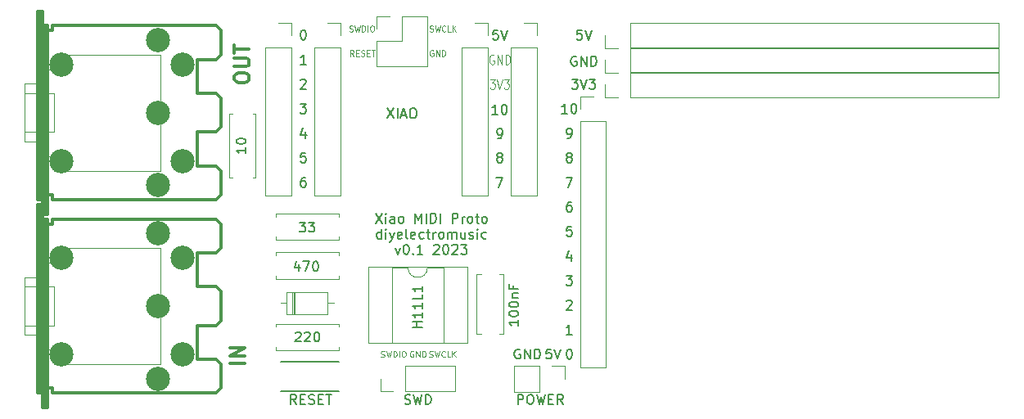
<source format=gbr>
%TF.GenerationSoftware,KiCad,Pcbnew,(6.0.5)*%
%TF.CreationDate,2023-03-15T21:31:39+00:00*%
%TF.ProjectId,XiaoMIDIInterface,5869616f-4d49-4444-9949-6e7465726661,rev?*%
%TF.SameCoordinates,Original*%
%TF.FileFunction,Legend,Top*%
%TF.FilePolarity,Positive*%
%FSLAX46Y46*%
G04 Gerber Fmt 4.6, Leading zero omitted, Abs format (unit mm)*
G04 Created by KiCad (PCBNEW (6.0.5)) date 2023-03-15 21:31:39*
%MOMM*%
%LPD*%
G01*
G04 APERTURE LIST*
%ADD10C,0.150000*%
%ADD11C,0.100000*%
%ADD12C,0.304800*%
%ADD13C,0.152400*%
%ADD14C,0.120000*%
%ADD15C,0.127000*%
%ADD16C,2.499360*%
G04 APERTURE END LIST*
D10*
X94964285Y-64417380D02*
X95630952Y-65417380D01*
X95630952Y-64417380D02*
X94964285Y-65417380D01*
X96011904Y-65417380D02*
X96011904Y-64750714D01*
X96011904Y-64417380D02*
X95964285Y-64465000D01*
X96011904Y-64512619D01*
X96059523Y-64465000D01*
X96011904Y-64417380D01*
X96011904Y-64512619D01*
X96916666Y-65417380D02*
X96916666Y-64893571D01*
X96869047Y-64798333D01*
X96773809Y-64750714D01*
X96583333Y-64750714D01*
X96488095Y-64798333D01*
X96916666Y-65369761D02*
X96821428Y-65417380D01*
X96583333Y-65417380D01*
X96488095Y-65369761D01*
X96440476Y-65274523D01*
X96440476Y-65179285D01*
X96488095Y-65084047D01*
X96583333Y-65036428D01*
X96821428Y-65036428D01*
X96916666Y-64988809D01*
X97535714Y-65417380D02*
X97440476Y-65369761D01*
X97392857Y-65322142D01*
X97345238Y-65226904D01*
X97345238Y-64941190D01*
X97392857Y-64845952D01*
X97440476Y-64798333D01*
X97535714Y-64750714D01*
X97678571Y-64750714D01*
X97773809Y-64798333D01*
X97821428Y-64845952D01*
X97869047Y-64941190D01*
X97869047Y-65226904D01*
X97821428Y-65322142D01*
X97773809Y-65369761D01*
X97678571Y-65417380D01*
X97535714Y-65417380D01*
X99059523Y-65417380D02*
X99059523Y-64417380D01*
X99392857Y-65131666D01*
X99726190Y-64417380D01*
X99726190Y-65417380D01*
X100202380Y-65417380D02*
X100202380Y-64417380D01*
X100678571Y-65417380D02*
X100678571Y-64417380D01*
X100916666Y-64417380D01*
X101059523Y-64465000D01*
X101154761Y-64560238D01*
X101202380Y-64655476D01*
X101250000Y-64845952D01*
X101250000Y-64988809D01*
X101202380Y-65179285D01*
X101154761Y-65274523D01*
X101059523Y-65369761D01*
X100916666Y-65417380D01*
X100678571Y-65417380D01*
X101678571Y-65417380D02*
X101678571Y-64417380D01*
X102916666Y-65417380D02*
X102916666Y-64417380D01*
X103297619Y-64417380D01*
X103392857Y-64465000D01*
X103440476Y-64512619D01*
X103488095Y-64607857D01*
X103488095Y-64750714D01*
X103440476Y-64845952D01*
X103392857Y-64893571D01*
X103297619Y-64941190D01*
X102916666Y-64941190D01*
X103916666Y-65417380D02*
X103916666Y-64750714D01*
X103916666Y-64941190D02*
X103964285Y-64845952D01*
X104011904Y-64798333D01*
X104107142Y-64750714D01*
X104202380Y-64750714D01*
X104678571Y-65417380D02*
X104583333Y-65369761D01*
X104535714Y-65322142D01*
X104488095Y-65226904D01*
X104488095Y-64941190D01*
X104535714Y-64845952D01*
X104583333Y-64798333D01*
X104678571Y-64750714D01*
X104821428Y-64750714D01*
X104916666Y-64798333D01*
X104964285Y-64845952D01*
X105011904Y-64941190D01*
X105011904Y-65226904D01*
X104964285Y-65322142D01*
X104916666Y-65369761D01*
X104821428Y-65417380D01*
X104678571Y-65417380D01*
X105297619Y-64750714D02*
X105678571Y-64750714D01*
X105440476Y-64417380D02*
X105440476Y-65274523D01*
X105488095Y-65369761D01*
X105583333Y-65417380D01*
X105678571Y-65417380D01*
X106154761Y-65417380D02*
X106059523Y-65369761D01*
X106011904Y-65322142D01*
X105964285Y-65226904D01*
X105964285Y-64941190D01*
X106011904Y-64845952D01*
X106059523Y-64798333D01*
X106154761Y-64750714D01*
X106297619Y-64750714D01*
X106392857Y-64798333D01*
X106440476Y-64845952D01*
X106488095Y-64941190D01*
X106488095Y-65226904D01*
X106440476Y-65322142D01*
X106392857Y-65369761D01*
X106297619Y-65417380D01*
X106154761Y-65417380D01*
X95559523Y-67027380D02*
X95559523Y-66027380D01*
X95559523Y-66979761D02*
X95464285Y-67027380D01*
X95273809Y-67027380D01*
X95178571Y-66979761D01*
X95130952Y-66932142D01*
X95083333Y-66836904D01*
X95083333Y-66551190D01*
X95130952Y-66455952D01*
X95178571Y-66408333D01*
X95273809Y-66360714D01*
X95464285Y-66360714D01*
X95559523Y-66408333D01*
X96035714Y-67027380D02*
X96035714Y-66360714D01*
X96035714Y-66027380D02*
X95988095Y-66075000D01*
X96035714Y-66122619D01*
X96083333Y-66075000D01*
X96035714Y-66027380D01*
X96035714Y-66122619D01*
X96416666Y-66360714D02*
X96654761Y-67027380D01*
X96892857Y-66360714D02*
X96654761Y-67027380D01*
X96559523Y-67265476D01*
X96511904Y-67313095D01*
X96416666Y-67360714D01*
X97654761Y-66979761D02*
X97559523Y-67027380D01*
X97369047Y-67027380D01*
X97273809Y-66979761D01*
X97226190Y-66884523D01*
X97226190Y-66503571D01*
X97273809Y-66408333D01*
X97369047Y-66360714D01*
X97559523Y-66360714D01*
X97654761Y-66408333D01*
X97702380Y-66503571D01*
X97702380Y-66598809D01*
X97226190Y-66694047D01*
X98273809Y-67027380D02*
X98178571Y-66979761D01*
X98130952Y-66884523D01*
X98130952Y-66027380D01*
X99035714Y-66979761D02*
X98940476Y-67027380D01*
X98750000Y-67027380D01*
X98654761Y-66979761D01*
X98607142Y-66884523D01*
X98607142Y-66503571D01*
X98654761Y-66408333D01*
X98750000Y-66360714D01*
X98940476Y-66360714D01*
X99035714Y-66408333D01*
X99083333Y-66503571D01*
X99083333Y-66598809D01*
X98607142Y-66694047D01*
X99940476Y-66979761D02*
X99845238Y-67027380D01*
X99654761Y-67027380D01*
X99559523Y-66979761D01*
X99511904Y-66932142D01*
X99464285Y-66836904D01*
X99464285Y-66551190D01*
X99511904Y-66455952D01*
X99559523Y-66408333D01*
X99654761Y-66360714D01*
X99845238Y-66360714D01*
X99940476Y-66408333D01*
X100226190Y-66360714D02*
X100607142Y-66360714D01*
X100369047Y-66027380D02*
X100369047Y-66884523D01*
X100416666Y-66979761D01*
X100511904Y-67027380D01*
X100607142Y-67027380D01*
X100940476Y-67027380D02*
X100940476Y-66360714D01*
X100940476Y-66551190D02*
X100988095Y-66455952D01*
X101035714Y-66408333D01*
X101130952Y-66360714D01*
X101226190Y-66360714D01*
X101702380Y-67027380D02*
X101607142Y-66979761D01*
X101559523Y-66932142D01*
X101511904Y-66836904D01*
X101511904Y-66551190D01*
X101559523Y-66455952D01*
X101607142Y-66408333D01*
X101702380Y-66360714D01*
X101845238Y-66360714D01*
X101940476Y-66408333D01*
X101988095Y-66455952D01*
X102035714Y-66551190D01*
X102035714Y-66836904D01*
X101988095Y-66932142D01*
X101940476Y-66979761D01*
X101845238Y-67027380D01*
X101702380Y-67027380D01*
X102464285Y-67027380D02*
X102464285Y-66360714D01*
X102464285Y-66455952D02*
X102511904Y-66408333D01*
X102607142Y-66360714D01*
X102750000Y-66360714D01*
X102845238Y-66408333D01*
X102892857Y-66503571D01*
X102892857Y-67027380D01*
X102892857Y-66503571D02*
X102940476Y-66408333D01*
X103035714Y-66360714D01*
X103178571Y-66360714D01*
X103273809Y-66408333D01*
X103321428Y-66503571D01*
X103321428Y-67027380D01*
X104226190Y-66360714D02*
X104226190Y-67027380D01*
X103797619Y-66360714D02*
X103797619Y-66884523D01*
X103845238Y-66979761D01*
X103940476Y-67027380D01*
X104083333Y-67027380D01*
X104178571Y-66979761D01*
X104226190Y-66932142D01*
X104654761Y-66979761D02*
X104750000Y-67027380D01*
X104940476Y-67027380D01*
X105035714Y-66979761D01*
X105083333Y-66884523D01*
X105083333Y-66836904D01*
X105035714Y-66741666D01*
X104940476Y-66694047D01*
X104797619Y-66694047D01*
X104702380Y-66646428D01*
X104654761Y-66551190D01*
X104654761Y-66503571D01*
X104702380Y-66408333D01*
X104797619Y-66360714D01*
X104940476Y-66360714D01*
X105035714Y-66408333D01*
X105511904Y-67027380D02*
X105511904Y-66360714D01*
X105511904Y-66027380D02*
X105464285Y-66075000D01*
X105511904Y-66122619D01*
X105559523Y-66075000D01*
X105511904Y-66027380D01*
X105511904Y-66122619D01*
X106416666Y-66979761D02*
X106321428Y-67027380D01*
X106130952Y-67027380D01*
X106035714Y-66979761D01*
X105988095Y-66932142D01*
X105940476Y-66836904D01*
X105940476Y-66551190D01*
X105988095Y-66455952D01*
X106035714Y-66408333D01*
X106130952Y-66360714D01*
X106321428Y-66360714D01*
X106416666Y-66408333D01*
X97035714Y-67970714D02*
X97273809Y-68637380D01*
X97511904Y-67970714D01*
X98083333Y-67637380D02*
X98178571Y-67637380D01*
X98273809Y-67685000D01*
X98321428Y-67732619D01*
X98369047Y-67827857D01*
X98416666Y-68018333D01*
X98416666Y-68256428D01*
X98369047Y-68446904D01*
X98321428Y-68542142D01*
X98273809Y-68589761D01*
X98178571Y-68637380D01*
X98083333Y-68637380D01*
X97988095Y-68589761D01*
X97940476Y-68542142D01*
X97892857Y-68446904D01*
X97845238Y-68256428D01*
X97845238Y-68018333D01*
X97892857Y-67827857D01*
X97940476Y-67732619D01*
X97988095Y-67685000D01*
X98083333Y-67637380D01*
X98845238Y-68542142D02*
X98892857Y-68589761D01*
X98845238Y-68637380D01*
X98797619Y-68589761D01*
X98845238Y-68542142D01*
X98845238Y-68637380D01*
X99845238Y-68637380D02*
X99273809Y-68637380D01*
X99559523Y-68637380D02*
X99559523Y-67637380D01*
X99464285Y-67780238D01*
X99369047Y-67875476D01*
X99273809Y-67923095D01*
X100988095Y-67732619D02*
X101035714Y-67685000D01*
X101130952Y-67637380D01*
X101369047Y-67637380D01*
X101464285Y-67685000D01*
X101511904Y-67732619D01*
X101559523Y-67827857D01*
X101559523Y-67923095D01*
X101511904Y-68065952D01*
X100940476Y-68637380D01*
X101559523Y-68637380D01*
X102178571Y-67637380D02*
X102273809Y-67637380D01*
X102369047Y-67685000D01*
X102416666Y-67732619D01*
X102464285Y-67827857D01*
X102511904Y-68018333D01*
X102511904Y-68256428D01*
X102464285Y-68446904D01*
X102416666Y-68542142D01*
X102369047Y-68589761D01*
X102273809Y-68637380D01*
X102178571Y-68637380D01*
X102083333Y-68589761D01*
X102035714Y-68542142D01*
X101988095Y-68446904D01*
X101940476Y-68256428D01*
X101940476Y-68018333D01*
X101988095Y-67827857D01*
X102035714Y-67732619D01*
X102083333Y-67685000D01*
X102178571Y-67637380D01*
X102892857Y-67732619D02*
X102940476Y-67685000D01*
X103035714Y-67637380D01*
X103273809Y-67637380D01*
X103369047Y-67685000D01*
X103416666Y-67732619D01*
X103464285Y-67827857D01*
X103464285Y-67923095D01*
X103416666Y-68065952D01*
X102845238Y-68637380D01*
X103464285Y-68637380D01*
X103797619Y-67637380D02*
X104416666Y-67637380D01*
X104083333Y-68018333D01*
X104226190Y-68018333D01*
X104321428Y-68065952D01*
X104369047Y-68113571D01*
X104416666Y-68208809D01*
X104416666Y-68446904D01*
X104369047Y-68542142D01*
X104321428Y-68589761D01*
X104226190Y-68637380D01*
X103940476Y-68637380D01*
X103845238Y-68589761D01*
X103797619Y-68542142D01*
X87166666Y-53072380D02*
X87785714Y-53072380D01*
X87452380Y-53453333D01*
X87595238Y-53453333D01*
X87690476Y-53500952D01*
X87738095Y-53548571D01*
X87785714Y-53643809D01*
X87785714Y-53881904D01*
X87738095Y-53977142D01*
X87690476Y-54024761D01*
X87595238Y-54072380D01*
X87309523Y-54072380D01*
X87214285Y-54024761D01*
X87166666Y-53977142D01*
D11*
X106809523Y-50532380D02*
X107304761Y-50532380D01*
X107038095Y-50913333D01*
X107152380Y-50913333D01*
X107228571Y-50960952D01*
X107266666Y-51008571D01*
X107304761Y-51103809D01*
X107304761Y-51341904D01*
X107266666Y-51437142D01*
X107228571Y-51484761D01*
X107152380Y-51532380D01*
X106923809Y-51532380D01*
X106847619Y-51484761D01*
X106809523Y-51437142D01*
X107533333Y-50532380D02*
X107800000Y-51532380D01*
X108066666Y-50532380D01*
X108257142Y-50532380D02*
X108752380Y-50532380D01*
X108485714Y-50913333D01*
X108600000Y-50913333D01*
X108676190Y-50960952D01*
X108714285Y-51008571D01*
X108752380Y-51103809D01*
X108752380Y-51341904D01*
X108714285Y-51437142D01*
X108676190Y-51484761D01*
X108600000Y-51532380D01*
X108371428Y-51532380D01*
X108295238Y-51484761D01*
X108257142Y-51437142D01*
D10*
X87452380Y-45452380D02*
X87547619Y-45452380D01*
X87642857Y-45500000D01*
X87690476Y-45547619D01*
X87738095Y-45642857D01*
X87785714Y-45833333D01*
X87785714Y-46071428D01*
X87738095Y-46261904D01*
X87690476Y-46357142D01*
X87642857Y-46404761D01*
X87547619Y-46452380D01*
X87452380Y-46452380D01*
X87357142Y-46404761D01*
X87309523Y-46357142D01*
X87261904Y-46261904D01*
X87214285Y-46071428D01*
X87214285Y-45833333D01*
X87261904Y-45642857D01*
X87309523Y-45547619D01*
X87357142Y-45500000D01*
X87452380Y-45452380D01*
X114809523Y-56612380D02*
X115000000Y-56612380D01*
X115095238Y-56564761D01*
X115142857Y-56517142D01*
X115238095Y-56374285D01*
X115285714Y-56183809D01*
X115285714Y-55802857D01*
X115238095Y-55707619D01*
X115190476Y-55660000D01*
X115095238Y-55612380D01*
X114904761Y-55612380D01*
X114809523Y-55660000D01*
X114761904Y-55707619D01*
X114714285Y-55802857D01*
X114714285Y-56040952D01*
X114761904Y-56136190D01*
X114809523Y-56183809D01*
X114904761Y-56231428D01*
X115095238Y-56231428D01*
X115190476Y-56183809D01*
X115238095Y-56136190D01*
X115285714Y-56040952D01*
D11*
X92706428Y-48136428D02*
X92506428Y-47850714D01*
X92363571Y-48136428D02*
X92363571Y-47536428D01*
X92592142Y-47536428D01*
X92649285Y-47565000D01*
X92677857Y-47593571D01*
X92706428Y-47650714D01*
X92706428Y-47736428D01*
X92677857Y-47793571D01*
X92649285Y-47822142D01*
X92592142Y-47850714D01*
X92363571Y-47850714D01*
X92963571Y-47822142D02*
X93163571Y-47822142D01*
X93249285Y-48136428D02*
X92963571Y-48136428D01*
X92963571Y-47536428D01*
X93249285Y-47536428D01*
X93477857Y-48107857D02*
X93563571Y-48136428D01*
X93706428Y-48136428D01*
X93763571Y-48107857D01*
X93792142Y-48079285D01*
X93820714Y-48022142D01*
X93820714Y-47965000D01*
X93792142Y-47907857D01*
X93763571Y-47879285D01*
X93706428Y-47850714D01*
X93592142Y-47822142D01*
X93535000Y-47793571D01*
X93506428Y-47765000D01*
X93477857Y-47707857D01*
X93477857Y-47650714D01*
X93506428Y-47593571D01*
X93535000Y-47565000D01*
X93592142Y-47536428D01*
X93735000Y-47536428D01*
X93820714Y-47565000D01*
X94077857Y-47822142D02*
X94277857Y-47822142D01*
X94363571Y-48136428D02*
X94077857Y-48136428D01*
X94077857Y-47536428D01*
X94363571Y-47536428D01*
X94535000Y-47536428D02*
X94877857Y-47536428D01*
X94706428Y-48136428D02*
X94706428Y-47536428D01*
D10*
X87785714Y-48992380D02*
X87214285Y-48992380D01*
X87500000Y-48992380D02*
X87500000Y-47992380D01*
X87404761Y-48135238D01*
X87309523Y-48230476D01*
X87214285Y-48278095D01*
X115238095Y-65772380D02*
X114761904Y-65772380D01*
X114714285Y-66248571D01*
X114761904Y-66200952D01*
X114857142Y-66153333D01*
X115095238Y-66153333D01*
X115190476Y-66200952D01*
X115238095Y-66248571D01*
X115285714Y-66343809D01*
X115285714Y-66581904D01*
X115238095Y-66677142D01*
X115190476Y-66724761D01*
X115095238Y-66772380D01*
X114857142Y-66772380D01*
X114761904Y-66724761D01*
X114714285Y-66677142D01*
X114904761Y-58580952D02*
X114809523Y-58533333D01*
X114761904Y-58485714D01*
X114714285Y-58390476D01*
X114714285Y-58342857D01*
X114761904Y-58247619D01*
X114809523Y-58200000D01*
X114904761Y-58152380D01*
X115095238Y-58152380D01*
X115190476Y-58200000D01*
X115238095Y-58247619D01*
X115285714Y-58342857D01*
X115285714Y-58390476D01*
X115238095Y-58485714D01*
X115190476Y-58533333D01*
X115095238Y-58580952D01*
X114904761Y-58580952D01*
X114809523Y-58628571D01*
X114761904Y-58676190D01*
X114714285Y-58771428D01*
X114714285Y-58961904D01*
X114761904Y-59057142D01*
X114809523Y-59104761D01*
X114904761Y-59152380D01*
X115095238Y-59152380D01*
X115190476Y-59104761D01*
X115238095Y-59057142D01*
X115285714Y-58961904D01*
X115285714Y-58771428D01*
X115238095Y-58676190D01*
X115190476Y-58628571D01*
X115095238Y-58580952D01*
X114714285Y-73487619D02*
X114761904Y-73440000D01*
X114857142Y-73392380D01*
X115095238Y-73392380D01*
X115190476Y-73440000D01*
X115238095Y-73487619D01*
X115285714Y-73582857D01*
X115285714Y-73678095D01*
X115238095Y-73820952D01*
X114666666Y-74392380D01*
X115285714Y-74392380D01*
X115190476Y-68645714D02*
X115190476Y-69312380D01*
X114952380Y-68264761D02*
X114714285Y-68979047D01*
X115333333Y-68979047D01*
X114666666Y-70852380D02*
X115285714Y-70852380D01*
X114952380Y-71233333D01*
X115095238Y-71233333D01*
X115190476Y-71280952D01*
X115238095Y-71328571D01*
X115285714Y-71423809D01*
X115285714Y-71661904D01*
X115238095Y-71757142D01*
X115190476Y-71804761D01*
X115095238Y-71852380D01*
X114809523Y-71852380D01*
X114714285Y-71804761D01*
X114666666Y-71757142D01*
D11*
X100522857Y-79242857D02*
X100608571Y-79271428D01*
X100751428Y-79271428D01*
X100808571Y-79242857D01*
X100837142Y-79214285D01*
X100865714Y-79157142D01*
X100865714Y-79100000D01*
X100837142Y-79042857D01*
X100808571Y-79014285D01*
X100751428Y-78985714D01*
X100637142Y-78957142D01*
X100580000Y-78928571D01*
X100551428Y-78900000D01*
X100522857Y-78842857D01*
X100522857Y-78785714D01*
X100551428Y-78728571D01*
X100580000Y-78700000D01*
X100637142Y-78671428D01*
X100780000Y-78671428D01*
X100865714Y-78700000D01*
X101065714Y-78671428D02*
X101208571Y-79271428D01*
X101322857Y-78842857D01*
X101437142Y-79271428D01*
X101580000Y-78671428D01*
X102151428Y-79214285D02*
X102122857Y-79242857D01*
X102037142Y-79271428D01*
X101980000Y-79271428D01*
X101894285Y-79242857D01*
X101837142Y-79185714D01*
X101808571Y-79128571D01*
X101780000Y-79014285D01*
X101780000Y-78928571D01*
X101808571Y-78814285D01*
X101837142Y-78757142D01*
X101894285Y-78700000D01*
X101980000Y-78671428D01*
X102037142Y-78671428D01*
X102122857Y-78700000D01*
X102151428Y-78728571D01*
X102694285Y-79271428D02*
X102408571Y-79271428D01*
X102408571Y-78671428D01*
X102894285Y-79271428D02*
X102894285Y-78671428D01*
X103237142Y-79271428D02*
X102980000Y-78928571D01*
X103237142Y-78671428D02*
X102894285Y-79014285D01*
D10*
X115285714Y-76932380D02*
X114714285Y-76932380D01*
X115000000Y-76932380D02*
X115000000Y-75932380D01*
X114904761Y-76075238D01*
X114809523Y-76170476D01*
X114714285Y-76218095D01*
X114666666Y-60692380D02*
X115333333Y-60692380D01*
X114904761Y-61692380D01*
D11*
X100922142Y-47565000D02*
X100865000Y-47536428D01*
X100779285Y-47536428D01*
X100693571Y-47565000D01*
X100636428Y-47622142D01*
X100607857Y-47679285D01*
X100579285Y-47793571D01*
X100579285Y-47879285D01*
X100607857Y-47993571D01*
X100636428Y-48050714D01*
X100693571Y-48107857D01*
X100779285Y-48136428D01*
X100836428Y-48136428D01*
X100922142Y-48107857D01*
X100950714Y-48079285D01*
X100950714Y-47879285D01*
X100836428Y-47879285D01*
X101207857Y-48136428D02*
X101207857Y-47536428D01*
X101550714Y-48136428D01*
X101550714Y-47536428D01*
X101836428Y-48136428D02*
X101836428Y-47536428D01*
X101979285Y-47536428D01*
X102065000Y-47565000D01*
X102122142Y-47622142D01*
X102150714Y-47679285D01*
X102179285Y-47793571D01*
X102179285Y-47879285D01*
X102150714Y-47993571D01*
X102122142Y-48050714D01*
X102065000Y-48107857D01*
X101979285Y-48136428D01*
X101836428Y-48136428D01*
D10*
X113109523Y-78452380D02*
X112633333Y-78452380D01*
X112585714Y-78928571D01*
X112633333Y-78880952D01*
X112728571Y-78833333D01*
X112966666Y-78833333D01*
X113061904Y-78880952D01*
X113109523Y-78928571D01*
X113157142Y-79023809D01*
X113157142Y-79261904D01*
X113109523Y-79357142D01*
X113061904Y-79404761D01*
X112966666Y-79452380D01*
X112728571Y-79452380D01*
X112633333Y-79404761D01*
X112585714Y-79357142D01*
X113442857Y-78452380D02*
X113776190Y-79452380D01*
X114109523Y-78452380D01*
D11*
X98882857Y-78700000D02*
X98825714Y-78671428D01*
X98740000Y-78671428D01*
X98654285Y-78700000D01*
X98597142Y-78757142D01*
X98568571Y-78814285D01*
X98540000Y-78928571D01*
X98540000Y-79014285D01*
X98568571Y-79128571D01*
X98597142Y-79185714D01*
X98654285Y-79242857D01*
X98740000Y-79271428D01*
X98797142Y-79271428D01*
X98882857Y-79242857D01*
X98911428Y-79214285D01*
X98911428Y-79014285D01*
X98797142Y-79014285D01*
X99168571Y-79271428D02*
X99168571Y-78671428D01*
X99511428Y-79271428D01*
X99511428Y-78671428D01*
X99797142Y-79271428D02*
X99797142Y-78671428D01*
X99940000Y-78671428D01*
X100025714Y-78700000D01*
X100082857Y-78757142D01*
X100111428Y-78814285D01*
X100140000Y-78928571D01*
X100140000Y-79014285D01*
X100111428Y-79128571D01*
X100082857Y-79185714D01*
X100025714Y-79242857D01*
X99940000Y-79271428D01*
X99797142Y-79271428D01*
X92277857Y-45567857D02*
X92363571Y-45596428D01*
X92506428Y-45596428D01*
X92563571Y-45567857D01*
X92592142Y-45539285D01*
X92620714Y-45482142D01*
X92620714Y-45425000D01*
X92592142Y-45367857D01*
X92563571Y-45339285D01*
X92506428Y-45310714D01*
X92392142Y-45282142D01*
X92335000Y-45253571D01*
X92306428Y-45225000D01*
X92277857Y-45167857D01*
X92277857Y-45110714D01*
X92306428Y-45053571D01*
X92335000Y-45025000D01*
X92392142Y-44996428D01*
X92535000Y-44996428D01*
X92620714Y-45025000D01*
X92820714Y-44996428D02*
X92963571Y-45596428D01*
X93077857Y-45167857D01*
X93192142Y-45596428D01*
X93335000Y-44996428D01*
X93563571Y-45596428D02*
X93563571Y-44996428D01*
X93706428Y-44996428D01*
X93792142Y-45025000D01*
X93849285Y-45082142D01*
X93877857Y-45139285D01*
X93906428Y-45253571D01*
X93906428Y-45339285D01*
X93877857Y-45453571D01*
X93849285Y-45510714D01*
X93792142Y-45567857D01*
X93706428Y-45596428D01*
X93563571Y-45596428D01*
X94163571Y-45596428D02*
X94163571Y-44996428D01*
X94563571Y-44996428D02*
X94677857Y-44996428D01*
X94735000Y-45025000D01*
X94792142Y-45082142D01*
X94820714Y-45196428D01*
X94820714Y-45396428D01*
X94792142Y-45510714D01*
X94735000Y-45567857D01*
X94677857Y-45596428D01*
X94563571Y-45596428D01*
X94506428Y-45567857D01*
X94449285Y-45510714D01*
X94420714Y-45396428D01*
X94420714Y-45196428D01*
X94449285Y-45082142D01*
X94506428Y-45025000D01*
X94563571Y-44996428D01*
X107190476Y-48040000D02*
X107114285Y-47992380D01*
X107000000Y-47992380D01*
X106885714Y-48040000D01*
X106809523Y-48135238D01*
X106771428Y-48230476D01*
X106733333Y-48420952D01*
X106733333Y-48563809D01*
X106771428Y-48754285D01*
X106809523Y-48849523D01*
X106885714Y-48944761D01*
X107000000Y-48992380D01*
X107076190Y-48992380D01*
X107190476Y-48944761D01*
X107228571Y-48897142D01*
X107228571Y-48563809D01*
X107076190Y-48563809D01*
X107571428Y-48992380D02*
X107571428Y-47992380D01*
X108028571Y-48992380D01*
X108028571Y-47992380D01*
X108409523Y-48992380D02*
X108409523Y-47992380D01*
X108600000Y-47992380D01*
X108714285Y-48040000D01*
X108790476Y-48135238D01*
X108828571Y-48230476D01*
X108866666Y-48420952D01*
X108866666Y-48563809D01*
X108828571Y-48754285D01*
X108790476Y-48849523D01*
X108714285Y-48944761D01*
X108600000Y-48992380D01*
X108409523Y-48992380D01*
D10*
X107609523Y-56652380D02*
X107800000Y-56652380D01*
X107895238Y-56604761D01*
X107942857Y-56557142D01*
X108038095Y-56414285D01*
X108085714Y-56223809D01*
X108085714Y-55842857D01*
X108038095Y-55747619D01*
X107990476Y-55700000D01*
X107895238Y-55652380D01*
X107704761Y-55652380D01*
X107609523Y-55700000D01*
X107561904Y-55747619D01*
X107514285Y-55842857D01*
X107514285Y-56080952D01*
X107561904Y-56176190D01*
X107609523Y-56223809D01*
X107704761Y-56271428D01*
X107895238Y-56271428D01*
X107990476Y-56223809D01*
X108038095Y-56176190D01*
X108085714Y-56080952D01*
X87690476Y-60692380D02*
X87500000Y-60692380D01*
X87404761Y-60740000D01*
X87357142Y-60787619D01*
X87261904Y-60930476D01*
X87214285Y-61120952D01*
X87214285Y-61501904D01*
X87261904Y-61597142D01*
X87309523Y-61644761D01*
X87404761Y-61692380D01*
X87595238Y-61692380D01*
X87690476Y-61644761D01*
X87738095Y-61597142D01*
X87785714Y-61501904D01*
X87785714Y-61263809D01*
X87738095Y-61168571D01*
X87690476Y-61120952D01*
X87595238Y-61073333D01*
X87404761Y-61073333D01*
X87309523Y-61120952D01*
X87261904Y-61168571D01*
X87214285Y-61263809D01*
X107704761Y-58580952D02*
X107609523Y-58533333D01*
X107561904Y-58485714D01*
X107514285Y-58390476D01*
X107514285Y-58342857D01*
X107561904Y-58247619D01*
X107609523Y-58200000D01*
X107704761Y-58152380D01*
X107895238Y-58152380D01*
X107990476Y-58200000D01*
X108038095Y-58247619D01*
X108085714Y-58342857D01*
X108085714Y-58390476D01*
X108038095Y-58485714D01*
X107990476Y-58533333D01*
X107895238Y-58580952D01*
X107704761Y-58580952D01*
X107609523Y-58628571D01*
X107561904Y-58676190D01*
X107514285Y-58771428D01*
X107514285Y-58961904D01*
X107561904Y-59057142D01*
X107609523Y-59104761D01*
X107704761Y-59152380D01*
X107895238Y-59152380D01*
X107990476Y-59104761D01*
X108038095Y-59057142D01*
X108085714Y-58961904D01*
X108085714Y-58771428D01*
X108038095Y-58676190D01*
X107990476Y-58628571D01*
X107895238Y-58580952D01*
X87690476Y-55945714D02*
X87690476Y-56612380D01*
X87452380Y-55564761D02*
X87214285Y-56279047D01*
X87833333Y-56279047D01*
X115190476Y-63232380D02*
X115000000Y-63232380D01*
X114904761Y-63280000D01*
X114857142Y-63327619D01*
X114761904Y-63470476D01*
X114714285Y-63660952D01*
X114714285Y-64041904D01*
X114761904Y-64137142D01*
X114809523Y-64184761D01*
X114904761Y-64232380D01*
X115095238Y-64232380D01*
X115190476Y-64184761D01*
X115238095Y-64137142D01*
X115285714Y-64041904D01*
X115285714Y-63803809D01*
X115238095Y-63708571D01*
X115190476Y-63660952D01*
X115095238Y-63613333D01*
X114904761Y-63613333D01*
X114809523Y-63660952D01*
X114761904Y-63708571D01*
X114714285Y-63803809D01*
X107609523Y-54152380D02*
X107038095Y-54152380D01*
X107323809Y-54152380D02*
X107323809Y-53152380D01*
X107228571Y-53295238D01*
X107133333Y-53390476D01*
X107038095Y-53438095D01*
X108228571Y-53152380D02*
X108323809Y-53152380D01*
X108419047Y-53200000D01*
X108466666Y-53247619D01*
X108514285Y-53342857D01*
X108561904Y-53533333D01*
X108561904Y-53771428D01*
X108514285Y-53961904D01*
X108466666Y-54057142D01*
X108419047Y-54104761D01*
X108323809Y-54152380D01*
X108228571Y-54152380D01*
X108133333Y-54104761D01*
X108085714Y-54057142D01*
X108038095Y-53961904D01*
X107990476Y-53771428D01*
X107990476Y-53533333D01*
X108038095Y-53342857D01*
X108085714Y-53247619D01*
X108133333Y-53200000D01*
X108228571Y-53152380D01*
X96176190Y-53552380D02*
X96842857Y-54552380D01*
X96842857Y-53552380D02*
X96176190Y-54552380D01*
X97223809Y-54552380D02*
X97223809Y-53552380D01*
X97652380Y-54266666D02*
X98128571Y-54266666D01*
X97557142Y-54552380D02*
X97890476Y-53552380D01*
X98223809Y-54552380D01*
X98747619Y-53552380D02*
X98938095Y-53552380D01*
X99033333Y-53600000D01*
X99128571Y-53695238D01*
X99176190Y-53885714D01*
X99176190Y-54219047D01*
X99128571Y-54409523D01*
X99033333Y-54504761D01*
X98938095Y-54552380D01*
X98747619Y-54552380D01*
X98652380Y-54504761D01*
X98557142Y-54409523D01*
X98509523Y-54219047D01*
X98509523Y-53885714D01*
X98557142Y-53695238D01*
X98652380Y-53600000D01*
X98747619Y-53552380D01*
X87214285Y-50627619D02*
X87261904Y-50580000D01*
X87357142Y-50532380D01*
X87595238Y-50532380D01*
X87690476Y-50580000D01*
X87738095Y-50627619D01*
X87785714Y-50722857D01*
X87785714Y-50818095D01*
X87738095Y-50960952D01*
X87166666Y-51532380D01*
X87785714Y-51532380D01*
X109898095Y-78500000D02*
X109802857Y-78452380D01*
X109660000Y-78452380D01*
X109517142Y-78500000D01*
X109421904Y-78595238D01*
X109374285Y-78690476D01*
X109326666Y-78880952D01*
X109326666Y-79023809D01*
X109374285Y-79214285D01*
X109421904Y-79309523D01*
X109517142Y-79404761D01*
X109660000Y-79452380D01*
X109755238Y-79452380D01*
X109898095Y-79404761D01*
X109945714Y-79357142D01*
X109945714Y-79023809D01*
X109755238Y-79023809D01*
X110374285Y-79452380D02*
X110374285Y-78452380D01*
X110945714Y-79452380D01*
X110945714Y-78452380D01*
X111421904Y-79452380D02*
X111421904Y-78452380D01*
X111660000Y-78452380D01*
X111802857Y-78500000D01*
X111898095Y-78595238D01*
X111945714Y-78690476D01*
X111993333Y-78880952D01*
X111993333Y-79023809D01*
X111945714Y-79214285D01*
X111898095Y-79309523D01*
X111802857Y-79404761D01*
X111660000Y-79452380D01*
X111421904Y-79452380D01*
X114952380Y-78472380D02*
X115047619Y-78472380D01*
X115142857Y-78520000D01*
X115190476Y-78567619D01*
X115238095Y-78662857D01*
X115285714Y-78853333D01*
X115285714Y-79091428D01*
X115238095Y-79281904D01*
X115190476Y-79377142D01*
X115142857Y-79424761D01*
X115047619Y-79472380D01*
X114952380Y-79472380D01*
X114857142Y-79424761D01*
X114809523Y-79377142D01*
X114761904Y-79281904D01*
X114714285Y-79091428D01*
X114714285Y-78853333D01*
X114761904Y-78662857D01*
X114809523Y-78567619D01*
X114857142Y-78520000D01*
X114952380Y-78472380D01*
D11*
X100579285Y-45567857D02*
X100665000Y-45596428D01*
X100807857Y-45596428D01*
X100865000Y-45567857D01*
X100893571Y-45539285D01*
X100922142Y-45482142D01*
X100922142Y-45425000D01*
X100893571Y-45367857D01*
X100865000Y-45339285D01*
X100807857Y-45310714D01*
X100693571Y-45282142D01*
X100636428Y-45253571D01*
X100607857Y-45225000D01*
X100579285Y-45167857D01*
X100579285Y-45110714D01*
X100607857Y-45053571D01*
X100636428Y-45025000D01*
X100693571Y-44996428D01*
X100836428Y-44996428D01*
X100922142Y-45025000D01*
X101122142Y-44996428D02*
X101265000Y-45596428D01*
X101379285Y-45167857D01*
X101493571Y-45596428D01*
X101636428Y-44996428D01*
X102207857Y-45539285D02*
X102179285Y-45567857D01*
X102093571Y-45596428D01*
X102036428Y-45596428D01*
X101950714Y-45567857D01*
X101893571Y-45510714D01*
X101865000Y-45453571D01*
X101836428Y-45339285D01*
X101836428Y-45253571D01*
X101865000Y-45139285D01*
X101893571Y-45082142D01*
X101950714Y-45025000D01*
X102036428Y-44996428D01*
X102093571Y-44996428D01*
X102179285Y-45025000D01*
X102207857Y-45053571D01*
X102750714Y-45596428D02*
X102465000Y-45596428D01*
X102465000Y-44996428D01*
X102950714Y-45596428D02*
X102950714Y-44996428D01*
X103293571Y-45596428D02*
X103036428Y-45253571D01*
X103293571Y-44996428D02*
X102950714Y-45339285D01*
X95528571Y-79242857D02*
X95614285Y-79271428D01*
X95757142Y-79271428D01*
X95814285Y-79242857D01*
X95842857Y-79214285D01*
X95871428Y-79157142D01*
X95871428Y-79100000D01*
X95842857Y-79042857D01*
X95814285Y-79014285D01*
X95757142Y-78985714D01*
X95642857Y-78957142D01*
X95585714Y-78928571D01*
X95557142Y-78900000D01*
X95528571Y-78842857D01*
X95528571Y-78785714D01*
X95557142Y-78728571D01*
X95585714Y-78700000D01*
X95642857Y-78671428D01*
X95785714Y-78671428D01*
X95871428Y-78700000D01*
X96071428Y-78671428D02*
X96214285Y-79271428D01*
X96328571Y-78842857D01*
X96442857Y-79271428D01*
X96585714Y-78671428D01*
X96814285Y-79271428D02*
X96814285Y-78671428D01*
X96957142Y-78671428D01*
X97042857Y-78700000D01*
X97100000Y-78757142D01*
X97128571Y-78814285D01*
X97157142Y-78928571D01*
X97157142Y-79014285D01*
X97128571Y-79128571D01*
X97100000Y-79185714D01*
X97042857Y-79242857D01*
X96957142Y-79271428D01*
X96814285Y-79271428D01*
X97414285Y-79271428D02*
X97414285Y-78671428D01*
X97814285Y-78671428D02*
X97928571Y-78671428D01*
X97985714Y-78700000D01*
X98042857Y-78757142D01*
X98071428Y-78871428D01*
X98071428Y-79071428D01*
X98042857Y-79185714D01*
X97985714Y-79242857D01*
X97928571Y-79271428D01*
X97814285Y-79271428D01*
X97757142Y-79242857D01*
X97700000Y-79185714D01*
X97671428Y-79071428D01*
X97671428Y-78871428D01*
X97700000Y-78757142D01*
X97757142Y-78700000D01*
X97814285Y-78671428D01*
D10*
X87738095Y-58152380D02*
X87261904Y-58152380D01*
X87214285Y-58628571D01*
X87261904Y-58580952D01*
X87357142Y-58533333D01*
X87595238Y-58533333D01*
X87690476Y-58580952D01*
X87738095Y-58628571D01*
X87785714Y-58723809D01*
X87785714Y-58961904D01*
X87738095Y-59057142D01*
X87690476Y-59104761D01*
X87595238Y-59152380D01*
X87357142Y-59152380D01*
X87261904Y-59104761D01*
X87214285Y-59057142D01*
X107466666Y-60692380D02*
X108133333Y-60692380D01*
X107704761Y-61692380D01*
X114809523Y-54072380D02*
X114238095Y-54072380D01*
X114523809Y-54072380D02*
X114523809Y-53072380D01*
X114428571Y-53215238D01*
X114333333Y-53310476D01*
X114238095Y-53358095D01*
X115428571Y-53072380D02*
X115523809Y-53072380D01*
X115619047Y-53120000D01*
X115666666Y-53167619D01*
X115714285Y-53262857D01*
X115761904Y-53453333D01*
X115761904Y-53691428D01*
X115714285Y-53881904D01*
X115666666Y-53977142D01*
X115619047Y-54024761D01*
X115523809Y-54072380D01*
X115428571Y-54072380D01*
X115333333Y-54024761D01*
X115285714Y-53977142D01*
X115238095Y-53881904D01*
X115190476Y-53691428D01*
X115190476Y-53453333D01*
X115238095Y-53262857D01*
X115285714Y-53167619D01*
X115333333Y-53120000D01*
X115428571Y-53072380D01*
X107609523Y-45452380D02*
X107133333Y-45452380D01*
X107085714Y-45928571D01*
X107133333Y-45880952D01*
X107228571Y-45833333D01*
X107466666Y-45833333D01*
X107561904Y-45880952D01*
X107609523Y-45928571D01*
X107657142Y-46023809D01*
X107657142Y-46261904D01*
X107609523Y-46357142D01*
X107561904Y-46404761D01*
X107466666Y-46452380D01*
X107228571Y-46452380D01*
X107133333Y-46404761D01*
X107085714Y-46357142D01*
X107942857Y-45452380D02*
X108276190Y-46452380D01*
X108609523Y-45452380D01*
%TO.C,*%
%TO.C,J15*%
X97992857Y-84104761D02*
X98135714Y-84152380D01*
X98373809Y-84152380D01*
X98469047Y-84104761D01*
X98516666Y-84057142D01*
X98564285Y-83961904D01*
X98564285Y-83866666D01*
X98516666Y-83771428D01*
X98469047Y-83723809D01*
X98373809Y-83676190D01*
X98183333Y-83628571D01*
X98088095Y-83580952D01*
X98040476Y-83533333D01*
X97992857Y-83438095D01*
X97992857Y-83342857D01*
X98040476Y-83247619D01*
X98088095Y-83200000D01*
X98183333Y-83152380D01*
X98421428Y-83152380D01*
X98564285Y-83200000D01*
X98897619Y-83152380D02*
X99135714Y-84152380D01*
X99326190Y-83438095D01*
X99516666Y-84152380D01*
X99754761Y-83152380D01*
X100135714Y-84152380D02*
X100135714Y-83152380D01*
X100373809Y-83152380D01*
X100516666Y-83200000D01*
X100611904Y-83295238D01*
X100659523Y-83390476D01*
X100707142Y-83580952D01*
X100707142Y-83723809D01*
X100659523Y-83914285D01*
X100611904Y-84009523D01*
X100516666Y-84104761D01*
X100373809Y-84152380D01*
X100135714Y-84152380D01*
%TO.C,*%
%TO.C,U1*%
X99776380Y-76219047D02*
X98776380Y-76219047D01*
X99252571Y-76219047D02*
X99252571Y-75647619D01*
X99776380Y-75647619D02*
X98776380Y-75647619D01*
X99776380Y-74647619D02*
X99776380Y-75219047D01*
X99776380Y-74933333D02*
X98776380Y-74933333D01*
X98919238Y-75028571D01*
X99014476Y-75123809D01*
X99062095Y-75219047D01*
X99776380Y-73695238D02*
X99776380Y-74266666D01*
X99776380Y-73980952D02*
X98776380Y-73980952D01*
X98919238Y-74076190D01*
X99014476Y-74171428D01*
X99062095Y-74266666D01*
X99776380Y-72790476D02*
X99776380Y-73266666D01*
X98776380Y-73266666D01*
X99776380Y-71933333D02*
X99776380Y-72504761D01*
X99776380Y-72219047D02*
X98776380Y-72219047D01*
X98919238Y-72314285D01*
X99014476Y-72409523D01*
X99062095Y-72504761D01*
%TO.C,*%
D12*
%TO.C,J1*%
X81414428Y-79923285D02*
X79890428Y-79923285D01*
X81414428Y-79197571D02*
X79890428Y-79197571D01*
X81414428Y-78326714D01*
X79890428Y-78326714D01*
D10*
%TO.C,*%
%TO.C,R1*%
X86687904Y-76775619D02*
X86735523Y-76728000D01*
X86830761Y-76680380D01*
X87068857Y-76680380D01*
X87164095Y-76728000D01*
X87211714Y-76775619D01*
X87259333Y-76870857D01*
X87259333Y-76966095D01*
X87211714Y-77108952D01*
X86640285Y-77680380D01*
X87259333Y-77680380D01*
X87640285Y-76775619D02*
X87687904Y-76728000D01*
X87783142Y-76680380D01*
X88021238Y-76680380D01*
X88116476Y-76728000D01*
X88164095Y-76775619D01*
X88211714Y-76870857D01*
X88211714Y-76966095D01*
X88164095Y-77108952D01*
X87592666Y-77680380D01*
X88211714Y-77680380D01*
X88830761Y-76680380D02*
X88926000Y-76680380D01*
X89021238Y-76728000D01*
X89068857Y-76775619D01*
X89116476Y-76870857D01*
X89164095Y-77061333D01*
X89164095Y-77299428D01*
X89116476Y-77489904D01*
X89068857Y-77585142D01*
X89021238Y-77632761D01*
X88926000Y-77680380D01*
X88830761Y-77680380D01*
X88735523Y-77632761D01*
X88687904Y-77585142D01*
X88640285Y-77489904D01*
X88592666Y-77299428D01*
X88592666Y-77061333D01*
X88640285Y-76870857D01*
X88687904Y-76775619D01*
X88735523Y-76728000D01*
X88830761Y-76680380D01*
%TO.C,*%
%TO.C,J11*%
X109684476Y-84152380D02*
X109684476Y-83152380D01*
X110065428Y-83152380D01*
X110160666Y-83200000D01*
X110208285Y-83247619D01*
X110255904Y-83342857D01*
X110255904Y-83485714D01*
X110208285Y-83580952D01*
X110160666Y-83628571D01*
X110065428Y-83676190D01*
X109684476Y-83676190D01*
X110874952Y-83152380D02*
X111065428Y-83152380D01*
X111160666Y-83200000D01*
X111255904Y-83295238D01*
X111303523Y-83485714D01*
X111303523Y-83819047D01*
X111255904Y-84009523D01*
X111160666Y-84104761D01*
X111065428Y-84152380D01*
X110874952Y-84152380D01*
X110779714Y-84104761D01*
X110684476Y-84009523D01*
X110636857Y-83819047D01*
X110636857Y-83485714D01*
X110684476Y-83295238D01*
X110779714Y-83200000D01*
X110874952Y-83152380D01*
X111636857Y-83152380D02*
X111874952Y-84152380D01*
X112065428Y-83438095D01*
X112255904Y-84152380D01*
X112494000Y-83152380D01*
X112874952Y-83628571D02*
X113208285Y-83628571D01*
X113351142Y-84152380D02*
X112874952Y-84152380D01*
X112874952Y-83152380D01*
X113351142Y-83152380D01*
X114351142Y-84152380D02*
X114017809Y-83676190D01*
X113779714Y-84152380D02*
X113779714Y-83152380D01*
X114160666Y-83152380D01*
X114255904Y-83200000D01*
X114303523Y-83247619D01*
X114351142Y-83342857D01*
X114351142Y-83485714D01*
X114303523Y-83580952D01*
X114255904Y-83628571D01*
X114160666Y-83676190D01*
X113779714Y-83676190D01*
%TO.C,*%
%TO.C,J8*%
X116309523Y-45452380D02*
X115833333Y-45452380D01*
X115785714Y-45928571D01*
X115833333Y-45880952D01*
X115928571Y-45833333D01*
X116166666Y-45833333D01*
X116261904Y-45880952D01*
X116309523Y-45928571D01*
X116357142Y-46023809D01*
X116357142Y-46261904D01*
X116309523Y-46357142D01*
X116261904Y-46404761D01*
X116166666Y-46452380D01*
X115928571Y-46452380D01*
X115833333Y-46404761D01*
X115785714Y-46357142D01*
X116642857Y-45452380D02*
X116976190Y-46452380D01*
X117309523Y-45452380D01*
%TO.C,*%
D13*
%TO.C,SW1*%
X86749380Y-84159619D02*
X86410714Y-83675809D01*
X86168809Y-84159619D02*
X86168809Y-83143619D01*
X86555857Y-83143619D01*
X86652619Y-83192000D01*
X86701000Y-83240380D01*
X86749380Y-83337142D01*
X86749380Y-83482285D01*
X86701000Y-83579047D01*
X86652619Y-83627428D01*
X86555857Y-83675809D01*
X86168809Y-83675809D01*
X87184809Y-83627428D02*
X87523476Y-83627428D01*
X87668619Y-84159619D02*
X87184809Y-84159619D01*
X87184809Y-83143619D01*
X87668619Y-83143619D01*
X88055666Y-84111238D02*
X88200809Y-84159619D01*
X88442714Y-84159619D01*
X88539476Y-84111238D01*
X88587857Y-84062857D01*
X88636238Y-83966095D01*
X88636238Y-83869333D01*
X88587857Y-83772571D01*
X88539476Y-83724190D01*
X88442714Y-83675809D01*
X88249190Y-83627428D01*
X88152428Y-83579047D01*
X88104047Y-83530666D01*
X88055666Y-83433904D01*
X88055666Y-83337142D01*
X88104047Y-83240380D01*
X88152428Y-83192000D01*
X88249190Y-83143619D01*
X88491095Y-83143619D01*
X88636238Y-83192000D01*
X89071666Y-83627428D02*
X89410333Y-83627428D01*
X89555476Y-84159619D02*
X89071666Y-84159619D01*
X89071666Y-83143619D01*
X89555476Y-83143619D01*
X89845761Y-83143619D02*
X90426333Y-83143619D01*
X90136047Y-84159619D02*
X90136047Y-83143619D01*
D10*
%TO.C,C1*%
X109752380Y-75447619D02*
X109752380Y-76019047D01*
X109752380Y-75733333D02*
X108752380Y-75733333D01*
X108895238Y-75828571D01*
X108990476Y-75923809D01*
X109038095Y-76019047D01*
X108752380Y-74828571D02*
X108752380Y-74733333D01*
X108800000Y-74638095D01*
X108847619Y-74590476D01*
X108942857Y-74542857D01*
X109133333Y-74495238D01*
X109371428Y-74495238D01*
X109561904Y-74542857D01*
X109657142Y-74590476D01*
X109704761Y-74638095D01*
X109752380Y-74733333D01*
X109752380Y-74828571D01*
X109704761Y-74923809D01*
X109657142Y-74971428D01*
X109561904Y-75019047D01*
X109371428Y-75066666D01*
X109133333Y-75066666D01*
X108942857Y-75019047D01*
X108847619Y-74971428D01*
X108800000Y-74923809D01*
X108752380Y-74828571D01*
X108752380Y-73876190D02*
X108752380Y-73780952D01*
X108800000Y-73685714D01*
X108847619Y-73638095D01*
X108942857Y-73590476D01*
X109133333Y-73542857D01*
X109371428Y-73542857D01*
X109561904Y-73590476D01*
X109657142Y-73638095D01*
X109704761Y-73685714D01*
X109752380Y-73780952D01*
X109752380Y-73876190D01*
X109704761Y-73971428D01*
X109657142Y-74019047D01*
X109561904Y-74066666D01*
X109371428Y-74114285D01*
X109133333Y-74114285D01*
X108942857Y-74066666D01*
X108847619Y-74019047D01*
X108800000Y-73971428D01*
X108752380Y-73876190D01*
X109085714Y-73114285D02*
X109752380Y-73114285D01*
X109180952Y-73114285D02*
X109133333Y-73066666D01*
X109085714Y-72971428D01*
X109085714Y-72828571D01*
X109133333Y-72733333D01*
X109228571Y-72685714D01*
X109752380Y-72685714D01*
X109228571Y-71876190D02*
X109228571Y-72209523D01*
X109752380Y-72209523D02*
X108752380Y-72209523D01*
X108752380Y-71733333D01*
%TO.C,*%
%TO.C,R4*%
X81556380Y-57600476D02*
X81556380Y-58171904D01*
X81556380Y-57886190D02*
X80556380Y-57886190D01*
X80699238Y-57981428D01*
X80794476Y-58076666D01*
X80842095Y-58171904D01*
X80556380Y-56981428D02*
X80556380Y-56886190D01*
X80604000Y-56790952D01*
X80651619Y-56743333D01*
X80746857Y-56695714D01*
X80937333Y-56648095D01*
X81175428Y-56648095D01*
X81365904Y-56695714D01*
X81461142Y-56743333D01*
X81508761Y-56790952D01*
X81556380Y-56886190D01*
X81556380Y-56981428D01*
X81508761Y-57076666D01*
X81461142Y-57124285D01*
X81365904Y-57171904D01*
X81175428Y-57219523D01*
X80937333Y-57219523D01*
X80746857Y-57171904D01*
X80651619Y-57124285D01*
X80604000Y-57076666D01*
X80556380Y-56981428D01*
%TO.C,*%
%TO.C,J9*%
X115261904Y-50532380D02*
X115880952Y-50532380D01*
X115547619Y-50913333D01*
X115690476Y-50913333D01*
X115785714Y-50960952D01*
X115833333Y-51008571D01*
X115880952Y-51103809D01*
X115880952Y-51341904D01*
X115833333Y-51437142D01*
X115785714Y-51484761D01*
X115690476Y-51532380D01*
X115404761Y-51532380D01*
X115309523Y-51484761D01*
X115261904Y-51437142D01*
X116166666Y-50532380D02*
X116500000Y-51532380D01*
X116833333Y-50532380D01*
X117071428Y-50532380D02*
X117690476Y-50532380D01*
X117357142Y-50913333D01*
X117500000Y-50913333D01*
X117595238Y-50960952D01*
X117642857Y-51008571D01*
X117690476Y-51103809D01*
X117690476Y-51341904D01*
X117642857Y-51437142D01*
X117595238Y-51484761D01*
X117500000Y-51532380D01*
X117214285Y-51532380D01*
X117119047Y-51484761D01*
X117071428Y-51437142D01*
%TO.C,*%
%TO.C,R2*%
X87034095Y-69713714D02*
X87034095Y-70380380D01*
X86796000Y-69332761D02*
X86557904Y-70047047D01*
X87176952Y-70047047D01*
X87462666Y-69380380D02*
X88129333Y-69380380D01*
X87700761Y-70380380D01*
X88700761Y-69380380D02*
X88796000Y-69380380D01*
X88891238Y-69428000D01*
X88938857Y-69475619D01*
X88986476Y-69570857D01*
X89034095Y-69761333D01*
X89034095Y-69999428D01*
X88986476Y-70189904D01*
X88938857Y-70285142D01*
X88891238Y-70332761D01*
X88796000Y-70380380D01*
X88700761Y-70380380D01*
X88605523Y-70332761D01*
X88557904Y-70285142D01*
X88510285Y-70189904D01*
X88462666Y-69999428D01*
X88462666Y-69761333D01*
X88510285Y-69570857D01*
X88557904Y-69475619D01*
X88605523Y-69428000D01*
X88700761Y-69380380D01*
%TO.C,*%
%TO.C,R3*%
X87090476Y-65338380D02*
X87709523Y-65338380D01*
X87376190Y-65719333D01*
X87519047Y-65719333D01*
X87614285Y-65766952D01*
X87661904Y-65814571D01*
X87709523Y-65909809D01*
X87709523Y-66147904D01*
X87661904Y-66243142D01*
X87614285Y-66290761D01*
X87519047Y-66338380D01*
X87233333Y-66338380D01*
X87138095Y-66290761D01*
X87090476Y-66243142D01*
X88042857Y-65338380D02*
X88661904Y-65338380D01*
X88328571Y-65719333D01*
X88471428Y-65719333D01*
X88566666Y-65766952D01*
X88614285Y-65814571D01*
X88661904Y-65909809D01*
X88661904Y-66147904D01*
X88614285Y-66243142D01*
X88566666Y-66290761D01*
X88471428Y-66338380D01*
X88185714Y-66338380D01*
X88090476Y-66290761D01*
X88042857Y-66243142D01*
%TO.C,*%
D12*
%TO.C,J2*%
X80365428Y-50524000D02*
X80365428Y-50233714D01*
X80438000Y-50088571D01*
X80583142Y-49943428D01*
X80873428Y-49870857D01*
X81381428Y-49870857D01*
X81671714Y-49943428D01*
X81816857Y-50088571D01*
X81889428Y-50233714D01*
X81889428Y-50524000D01*
X81816857Y-50669142D01*
X81671714Y-50814285D01*
X81381428Y-50886857D01*
X80873428Y-50886857D01*
X80583142Y-50814285D01*
X80438000Y-50669142D01*
X80365428Y-50524000D01*
X80365428Y-49217714D02*
X81599142Y-49217714D01*
X81744285Y-49145142D01*
X81816857Y-49072571D01*
X81889428Y-48927428D01*
X81889428Y-48637142D01*
X81816857Y-48492000D01*
X81744285Y-48419428D01*
X81599142Y-48346857D01*
X80365428Y-48346857D01*
X80365428Y-47838857D02*
X80365428Y-46968000D01*
X81889428Y-47403428D02*
X80365428Y-47403428D01*
D10*
%TO.C,*%
%TO.C,J10*%
X115738095Y-48200000D02*
X115642857Y-48152380D01*
X115500000Y-48152380D01*
X115357142Y-48200000D01*
X115261904Y-48295238D01*
X115214285Y-48390476D01*
X115166666Y-48580952D01*
X115166666Y-48723809D01*
X115214285Y-48914285D01*
X115261904Y-49009523D01*
X115357142Y-49104761D01*
X115500000Y-49152380D01*
X115595238Y-49152380D01*
X115738095Y-49104761D01*
X115785714Y-49057142D01*
X115785714Y-48723809D01*
X115595238Y-48723809D01*
X116214285Y-49152380D02*
X116214285Y-48152380D01*
X116785714Y-49152380D01*
X116785714Y-48152380D01*
X117261904Y-49152380D02*
X117261904Y-48152380D01*
X117500000Y-48152380D01*
X117642857Y-48200000D01*
X117738095Y-48295238D01*
X117785714Y-48390476D01*
X117833333Y-48580952D01*
X117833333Y-48723809D01*
X117785714Y-48914285D01*
X117738095Y-49009523D01*
X117642857Y-49104761D01*
X117500000Y-49152380D01*
X117261904Y-49152380D01*
%TO.C,*%
D14*
%TO.C,J15*%
X98070000Y-82830000D02*
X98070000Y-80170000D01*
X95470000Y-82830000D02*
X95470000Y-81500000D01*
X98070000Y-82830000D02*
X103210000Y-82830000D01*
X96800000Y-82830000D02*
X95470000Y-82830000D01*
X103210000Y-82830000D02*
X103210000Y-80170000D01*
X98070000Y-80170000D02*
X103210000Y-80170000D01*
%TO.C,J13*%
X105240000Y-44670000D02*
X106570000Y-44670000D01*
X103910000Y-62570000D02*
X106570000Y-62570000D01*
X103910000Y-47270000D02*
X103910000Y-62570000D01*
X103910000Y-47270000D02*
X106570000Y-47270000D01*
X106570000Y-47270000D02*
X106570000Y-62570000D01*
X106570000Y-44670000D02*
X106570000Y-46000000D01*
%TO.C,J12*%
X91330000Y-47270000D02*
X91330000Y-62570000D01*
X91330000Y-44670000D02*
X91330000Y-46000000D01*
X88670000Y-47270000D02*
X91330000Y-47270000D01*
X88670000Y-47270000D02*
X88670000Y-62570000D01*
X88670000Y-62570000D02*
X91330000Y-62570000D01*
X90000000Y-44670000D02*
X91330000Y-44670000D01*
%TO.C,U1*%
X96674000Y-77774000D02*
X101974000Y-77774000D01*
X101974000Y-77774000D02*
X101974000Y-70034000D01*
X96674000Y-70034000D02*
X96674000Y-77774000D01*
X94184000Y-77834000D02*
X104464000Y-77834000D01*
X98324000Y-70034000D02*
X96674000Y-70034000D01*
X104464000Y-69974000D02*
X94184000Y-69974000D01*
X94184000Y-69974000D02*
X94184000Y-77834000D01*
X101974000Y-70034000D02*
X100324000Y-70034000D01*
X104464000Y-77834000D02*
X104464000Y-69974000D01*
X98324000Y-70034000D02*
G75*
G03*
X100324000Y-70034000I1000000J0D01*
G01*
D12*
%TO.C,J1*%
X78499220Y-65000780D02*
X78999600Y-65501160D01*
X78499220Y-82999220D02*
X61499000Y-82999220D01*
X60000400Y-63499640D02*
X60500780Y-63499640D01*
X78499220Y-68500900D02*
X76500240Y-68500900D01*
X78499220Y-75998980D02*
X76500240Y-75998980D01*
X61499000Y-65501160D02*
X61001160Y-65501160D01*
X76500240Y-68500900D02*
X76500240Y-72001020D01*
X60500780Y-65000780D02*
X61001160Y-65000780D01*
X78499220Y-72001020D02*
X76500240Y-72001020D01*
X78499220Y-65000780D02*
X61499000Y-65000780D01*
X60749700Y-65000780D02*
X60749700Y-84500360D01*
X78999600Y-72498860D02*
X78999600Y-75501140D01*
X78999600Y-72498860D02*
X78499220Y-72001020D01*
X78999600Y-82498840D02*
X78999600Y-80499860D01*
X61001160Y-65000780D02*
X61001160Y-84500360D01*
X78999600Y-80499860D02*
X78999600Y-79999480D01*
X60500780Y-84500360D02*
X60500780Y-82999220D01*
X61499000Y-82999220D02*
X61499000Y-82498840D01*
X61001160Y-84500360D02*
X60500780Y-84500360D01*
X76500240Y-79499100D02*
X76500240Y-75998980D01*
X78499220Y-82999220D02*
X78999600Y-82498840D01*
X60500780Y-82999220D02*
X60500780Y-65000780D01*
X78999600Y-65501160D02*
X78999600Y-68000520D01*
X60500780Y-82999220D02*
X60000400Y-82999220D01*
X61001160Y-82498840D02*
X61499000Y-82498840D01*
X78499220Y-79499100D02*
X76500240Y-79499100D01*
X78999600Y-79999480D02*
X78499220Y-79499100D01*
X60500780Y-63499640D02*
X60500780Y-65000780D01*
X61499000Y-65000780D02*
X61499000Y-65501160D01*
X60000400Y-82999220D02*
X60000400Y-63499640D01*
X78999600Y-75501140D02*
X78499220Y-75998980D01*
X60249320Y-63499640D02*
X60249320Y-82999220D01*
X78999600Y-68000520D02*
X78499220Y-68500900D01*
D14*
%TO.C,R1*%
X84640000Y-78570000D02*
X91180000Y-78570000D01*
X84640000Y-75830000D02*
X91180000Y-75830000D01*
X91180000Y-78570000D02*
X91180000Y-78240000D01*
X84640000Y-76160000D02*
X84640000Y-75830000D01*
X91180000Y-75830000D02*
X91180000Y-76160000D01*
X84640000Y-78240000D02*
X84640000Y-78570000D01*
%TO.C,J11*%
X113200000Y-80204000D02*
X114530000Y-80204000D01*
X114530000Y-80204000D02*
X114530000Y-81534000D01*
X111930000Y-82864000D02*
X109330000Y-82864000D01*
X109330000Y-80204000D02*
X109330000Y-82864000D01*
X111930000Y-80204000D02*
X109330000Y-80204000D01*
X111930000Y-80204000D02*
X111930000Y-82864000D01*
%TO.C,J6*%
X61700000Y-80000000D02*
X61700000Y-78500000D01*
X60500000Y-69500000D02*
X61700000Y-69500000D01*
X58700000Y-77000000D02*
X58700000Y-71000000D01*
X61700000Y-68000000D02*
X72700000Y-68000000D01*
X61700000Y-72000000D02*
X58700000Y-72000000D01*
X61700000Y-78500000D02*
X60500000Y-78500000D01*
X58700000Y-71000000D02*
X60500000Y-71000000D01*
X61700000Y-69500000D02*
X61700000Y-68000000D01*
X72700000Y-80000000D02*
X61700000Y-80000000D01*
X61700000Y-76000000D02*
X61700000Y-72000000D01*
X58700000Y-76000000D02*
X61700000Y-76000000D01*
X60500000Y-77000000D02*
X58700000Y-77000000D01*
X72700000Y-68000000D02*
X72700000Y-80000000D01*
X60500000Y-71000000D02*
X60500000Y-69500000D01*
X60500000Y-78500000D02*
X60500000Y-77000000D01*
%TO.C,J4*%
X111650000Y-44670000D02*
X111650000Y-46000000D01*
X108990000Y-47270000D02*
X111650000Y-47270000D01*
X110320000Y-44670000D02*
X111650000Y-44670000D01*
X111650000Y-47270000D02*
X111650000Y-62570000D01*
X108990000Y-47270000D02*
X108990000Y-62570000D01*
X108990000Y-62570000D02*
X111650000Y-62570000D01*
%TO.C,J8*%
X121270000Y-47330000D02*
X159430000Y-47330000D01*
X121270000Y-47330000D02*
X121270000Y-44670000D01*
X118670000Y-47330000D02*
X118670000Y-46000000D01*
X159430000Y-47330000D02*
X159430000Y-44670000D01*
X121270000Y-44670000D02*
X159430000Y-44670000D01*
X120000000Y-47330000D02*
X118670000Y-47330000D01*
%TO.C,J3*%
X86250000Y-44670000D02*
X86250000Y-46000000D01*
X84920000Y-44670000D02*
X86250000Y-44670000D01*
X86250000Y-47270000D02*
X86250000Y-62570000D01*
X83590000Y-47270000D02*
X86250000Y-47270000D01*
X83590000Y-62570000D02*
X86250000Y-62570000D01*
X83590000Y-47270000D02*
X83590000Y-62570000D01*
D15*
%TO.C,SW1*%
X91200000Y-82800000D02*
X85200000Y-82800000D01*
X85200000Y-79800000D02*
X91200000Y-79800000D01*
D14*
%TO.C,C1*%
X105875000Y-76920000D02*
X105430000Y-76920000D01*
X108170000Y-76920000D02*
X107725000Y-76920000D01*
X105875000Y-70680000D02*
X105430000Y-70680000D01*
X105430000Y-70680000D02*
X105430000Y-76920000D01*
X108170000Y-70680000D02*
X107725000Y-70680000D01*
X108170000Y-70680000D02*
X108170000Y-76920000D01*
%TO.C,J14*%
X95095000Y-43995000D02*
X96425000Y-43995000D01*
X95095000Y-49195000D02*
X100295000Y-49195000D01*
X95095000Y-45325000D02*
X95095000Y-43995000D01*
X95095000Y-46595000D02*
X97695000Y-46595000D01*
X97695000Y-46595000D02*
X97695000Y-43995000D01*
X97695000Y-43995000D02*
X100295000Y-43995000D01*
X95095000Y-46595000D02*
X95095000Y-49195000D01*
X100295000Y-43995000D02*
X100295000Y-49195000D01*
%TO.C,R4*%
X82570000Y-60680000D02*
X82240000Y-60680000D01*
X82570000Y-54140000D02*
X82570000Y-60680000D01*
X79830000Y-60680000D02*
X80160000Y-60680000D01*
X82240000Y-54140000D02*
X82570000Y-54140000D01*
X80160000Y-54140000D02*
X79830000Y-54140000D01*
X79830000Y-54140000D02*
X79830000Y-60680000D01*
%TO.C,D1*%
X85780000Y-74820000D02*
X90020000Y-74820000D01*
X90670000Y-73700000D02*
X90020000Y-73700000D01*
X90020000Y-74820000D02*
X90020000Y-72580000D01*
X86380000Y-72580000D02*
X86380000Y-74820000D01*
X86500000Y-72580000D02*
X86500000Y-74820000D01*
X85780000Y-72580000D02*
X85780000Y-74820000D01*
X85130000Y-73700000D02*
X85780000Y-73700000D01*
X86620000Y-72580000D02*
X86620000Y-74820000D01*
X90020000Y-72580000D02*
X85780000Y-72580000D01*
%TO.C,J9*%
X120000000Y-52410000D02*
X118670000Y-52410000D01*
X121270000Y-52410000D02*
X159430000Y-52410000D01*
X121270000Y-49750000D02*
X159430000Y-49750000D01*
X121270000Y-52410000D02*
X121270000Y-49750000D01*
X159430000Y-52410000D02*
X159430000Y-49750000D01*
X118670000Y-52410000D02*
X118670000Y-51080000D01*
%TO.C,R2*%
X84640000Y-70840000D02*
X84640000Y-71170000D01*
X84640000Y-71170000D02*
X91180000Y-71170000D01*
X91180000Y-71170000D02*
X91180000Y-70840000D01*
X91180000Y-68430000D02*
X91180000Y-68760000D01*
X84640000Y-68430000D02*
X91180000Y-68430000D01*
X84640000Y-68760000D02*
X84640000Y-68430000D01*
%TO.C,J5*%
X58700000Y-51000000D02*
X60500000Y-51000000D01*
X61700000Y-52000000D02*
X58700000Y-52000000D01*
X60500000Y-57000000D02*
X58700000Y-57000000D01*
X61700000Y-58500000D02*
X60500000Y-58500000D01*
X61700000Y-60000000D02*
X61700000Y-58500000D01*
X58700000Y-57000000D02*
X58700000Y-51000000D01*
X61700000Y-48000000D02*
X72700000Y-48000000D01*
X72700000Y-60000000D02*
X61700000Y-60000000D01*
X60500000Y-49500000D02*
X61700000Y-49500000D01*
X72700000Y-48000000D02*
X72700000Y-60000000D01*
X61700000Y-49500000D02*
X61700000Y-48000000D01*
X61700000Y-56000000D02*
X61700000Y-52000000D01*
X60500000Y-58500000D02*
X60500000Y-57000000D01*
X58700000Y-56000000D02*
X61700000Y-56000000D01*
X60500000Y-51000000D02*
X60500000Y-49500000D01*
%TO.C,R3*%
X84630000Y-67170000D02*
X91170000Y-67170000D01*
X84630000Y-64760000D02*
X84630000Y-64430000D01*
X91170000Y-64430000D02*
X91170000Y-64760000D01*
X84630000Y-66840000D02*
X84630000Y-67170000D01*
X84630000Y-64430000D02*
X91170000Y-64430000D01*
X91170000Y-67170000D02*
X91170000Y-66840000D01*
%TO.C,J7*%
X116130000Y-54890000D02*
X118790000Y-54890000D01*
X116130000Y-52290000D02*
X117460000Y-52290000D01*
X118790000Y-54890000D02*
X118790000Y-80350000D01*
X116130000Y-80350000D02*
X118790000Y-80350000D01*
X116130000Y-54890000D02*
X116130000Y-80350000D01*
X116130000Y-53620000D02*
X116130000Y-52290000D01*
D12*
%TO.C,J2*%
X61001160Y-64500360D02*
X60500780Y-64500360D01*
X78999600Y-52498860D02*
X78999600Y-55501140D01*
X78499220Y-45000780D02*
X61499000Y-45000780D01*
X78999600Y-62498840D02*
X78999600Y-60499860D01*
X61001160Y-62498840D02*
X61499000Y-62498840D01*
X78499220Y-62999220D02*
X78999600Y-62498840D01*
X78499220Y-52001020D02*
X76500240Y-52001020D01*
X60500780Y-45000780D02*
X61001160Y-45000780D01*
X60249320Y-43499640D02*
X60249320Y-62999220D01*
X76500240Y-59499100D02*
X76500240Y-55998980D01*
X78999600Y-60499860D02*
X78999600Y-59999480D01*
X78499220Y-48500900D02*
X76500240Y-48500900D01*
X60500780Y-43499640D02*
X60500780Y-45000780D01*
X78999600Y-52498860D02*
X78499220Y-52001020D01*
X78999600Y-48000520D02*
X78499220Y-48500900D01*
X60500780Y-62999220D02*
X60500780Y-45000780D01*
X78999600Y-59999480D02*
X78499220Y-59499100D01*
X60749700Y-45000780D02*
X60749700Y-64500360D01*
X60500780Y-64500360D02*
X60500780Y-62999220D01*
X78499220Y-45000780D02*
X78999600Y-45501160D01*
X78999600Y-55501140D02*
X78499220Y-55998980D01*
X78499220Y-62999220D02*
X61499000Y-62999220D01*
X61001160Y-45000780D02*
X61001160Y-64500360D01*
X60500780Y-62999220D02*
X60000400Y-62999220D01*
X61499000Y-45000780D02*
X61499000Y-45501160D01*
X61499000Y-45501160D02*
X61001160Y-45501160D01*
X61499000Y-62999220D02*
X61499000Y-62498840D01*
X78499220Y-55998980D02*
X76500240Y-55998980D01*
X60000400Y-43499640D02*
X60500780Y-43499640D01*
X78499220Y-59499100D02*
X76500240Y-59499100D01*
X60000400Y-62999220D02*
X60000400Y-43499640D01*
X78999600Y-45501160D02*
X78999600Y-48000520D01*
X76500240Y-48500900D02*
X76500240Y-52001020D01*
D14*
%TO.C,J10*%
X121270000Y-49870000D02*
X159430000Y-49870000D01*
X118670000Y-49870000D02*
X118670000Y-48540000D01*
X159430000Y-49870000D02*
X159430000Y-47210000D01*
X121270000Y-49870000D02*
X121270000Y-47210000D01*
X120000000Y-49870000D02*
X118670000Y-49870000D01*
X121270000Y-47210000D02*
X159430000Y-47210000D01*
%TD*%
D16*
%TO.C,J1*%
X62502300Y-68998740D03*
X62502300Y-79001260D03*
X72497200Y-81498080D03*
X72499740Y-74000000D03*
X72497200Y-66501920D03*
X74999100Y-78996180D03*
X74999100Y-69003820D03*
%TD*%
%TO.C,J2*%
X62502300Y-48998740D03*
X62502300Y-59001260D03*
X72497200Y-61498080D03*
X72499740Y-54000000D03*
X72497200Y-46501920D03*
X74999100Y-58996180D03*
X74999100Y-49003820D03*
%TD*%
M02*

</source>
